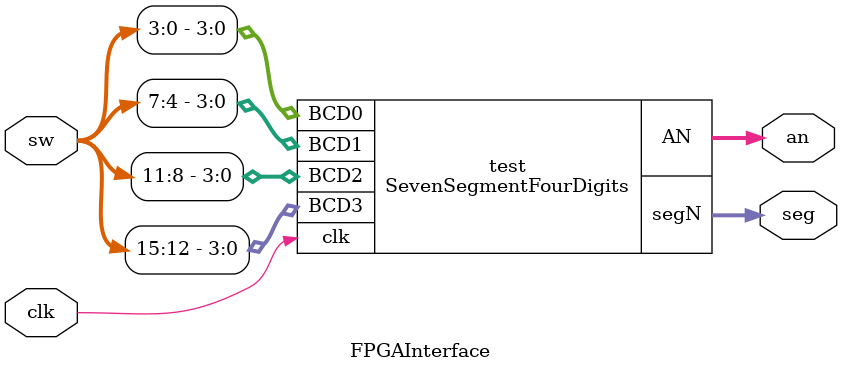
<source format=v>
`timescale 1ns / 1ps


module BCDtoSevenSegment(
    input [3:0] BCD,
    output [6:0] segN
    );
   reg [6:0] segN;
   
   always @(BCD) // checks with side to light up and show the number
   begin
    if(BCD == 0)
      segN = 7'b1000000;
    else if(BCD == 1)
      segN = 7'b1111001;
    else if(BCD == 2)
      segN = 7'b0100100;
    else if(BCD == 3)
      segN = 7'b0110000;
    else if(BCD == 4)
      segN = 7'b0011001;
    else if(BCD == 5)
      segN = 7'b0010010;
    else if(BCD == 6)
      segN = 7'b0000010;
    else if(BCD == 7)
      segN = 7'b1111000;
    else if(BCD == 8)
      segN = 7'b0000000;
    else if(BCD == 9)
      segN = 7'b0010000;
    else
      segN = 7'b0001001; // this 7 bits output and 'X' 
   end 
endmodule

module BCDtoSevenSegment_testbench;
    wire [6:0] segN;
    reg [3:0] BCD;
    BCDtoSevenSegment test(BCD,segN);
    initial begin
    BCD = 0;
    #10;
    BCD = 1;
    #10;
    BCD = 2;
    #10;
    BCD = 3;
    #10;
    BCD = 4;
    #10;
    BCD = 5;
    #10;
    BCD = 6;
    #10;
    BCD = 7;
    #10;
    BCD = 8;
    #10;
    BCD = 9;
    #10;
    BCD = 13;
    #10;
    
    end
endmodule

module DigitController(clk, AN);
    parameter numDigits = 4; // can be change to any number of digits also the refreshRate 
    parameter refreshRate_ms = 10;
    input clk;
    output [numDigits-1:0] AN;
    
    reg [26:0] count0 = 0;
    reg [1:0] activeDigit = 0;
    
    assign AN = (activeDigit == 0)?4'b1110: // check condition of the clock to see in which case the active digit is changing.
        (activeDigit == 1)?4'b1101:
        (activeDigit == 2)?4'b1011:
            4'b0111;
    
    always @(posedge(clk))
    begin
       if(count0 == (100000*refreshRate_ms)/numDigits)
        begin
         count0 <= 0;
         case(activeDigit)
          0:activeDigit <= 1;
          1:activeDigit <= 2;
          2:activeDigit <= 3;
          default:activeDigit <= 0;
         endcase
        end
       else
        begin
         count0 <= count0 + 1;
        end
    end
endmodule
module DigitController_testbench;
    reg clk = 0;
    wire [3:0] AN;
    
    integer i;
    
    DigitController test(clk,AN); // to see the output in a simulation ( check if the code DigitController is working
    initial begin
        for (i = 0; i <10000; i = i + 1)
        begin
        clk = ~clk;
        #10;
        end
    end
endmodule

module SevenSegmentFourDigits(
    input clk,
    input [3:0] BCD0,
    input [3:0] BCD1,
    input [3:0] BCD2,
    input [3:0] BCD3,
    output [3:0] AN,
    output [6:0] segN);
   
    reg [3:0] BCD;
        
    BCDtoSevenSegment mybcd(BCD,segN);
    DigitController myDG(clk,AN);
    

    always @(*)
    begin
        if(AN == 4'b1110)
            BCD = BCD0;
        else if(AN == 4'b1101)
            BCD = BCD1;
        else if(AN == 4'b1011)
            BCD = BCD2;
        else
            BCD = BCD3;
    end    
endmodule
module FPGAInterface(an,seg,clk,sw);
 
  output [3:0] an;
  output [6:0] seg;
  input clk;
  input [15:0] sw;
  
  SevenSegmentFourDigits test(clk,{sw[3],sw[2],sw[1],sw[0]},{sw[7],sw[6],sw[5],sw[4]},{sw[11],sw[10],sw[9],sw[8]},{sw[15],sw[14],sw[13],sw[12]},{an[3],an[2],an[1],an[0]},{seg[6],seg[5],seg[4],seg[3],seg[2],seg[1],seg[0]});
  
endmodule


</source>
